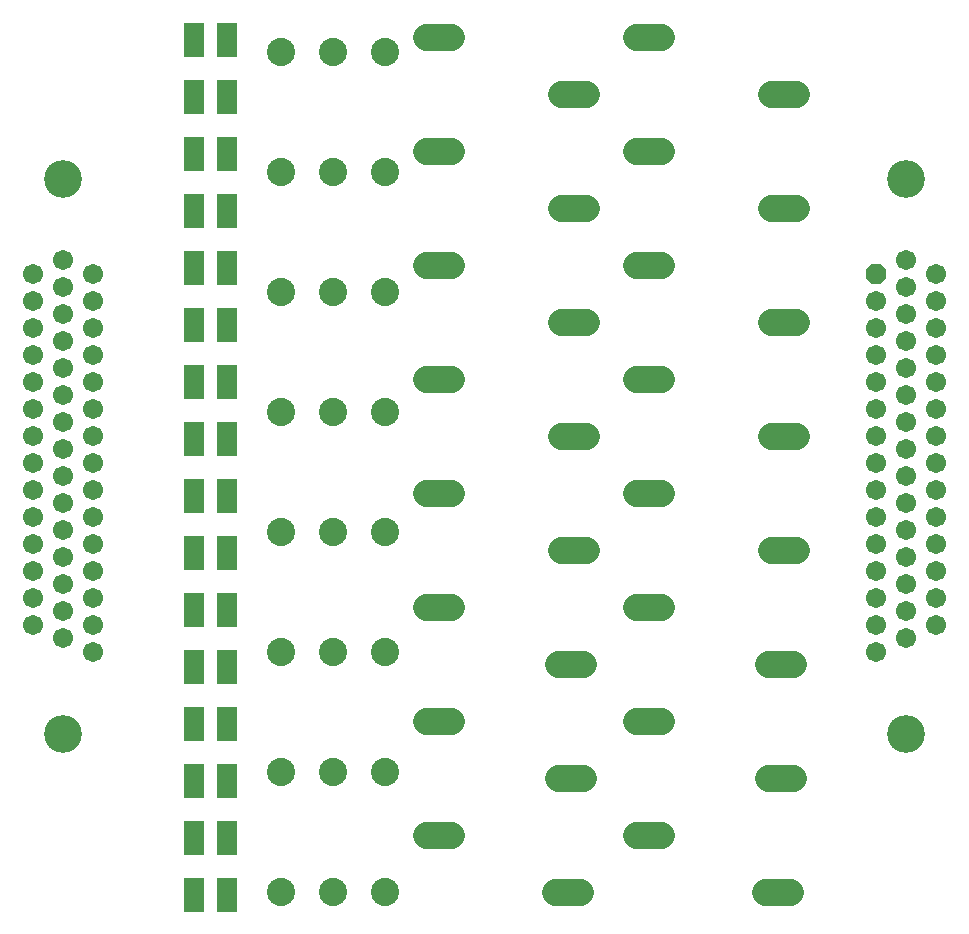
<source format=gbr>
G04 EAGLE Gerber RS-274X export*
G75*
%MOMM*%
%FSLAX34Y34*%
%LPD*%
%INSoldermask Top*%
%IPPOS*%
%AMOC8*
5,1,8,0,0,1.08239X$1,22.5*%
G01*
%ADD10C,2.298700*%
%ADD11C,2.387600*%
%ADD12C,1.712800*%
%ADD13C,3.203200*%
%ADD14P,1.853918X8X112.500000*%
%ADD15R,1.803200X2.903200*%


D10*
X620078Y762000D02*
X599123Y762000D01*
X442278Y762000D02*
X421323Y762000D01*
X713423Y327660D02*
X734378Y327660D01*
X556578Y327660D02*
X535623Y327660D01*
X599123Y279400D02*
X620078Y279400D01*
X442278Y279400D02*
X421323Y279400D01*
X710883Y231140D02*
X731838Y231140D01*
X554038Y231140D02*
X533083Y231140D01*
X599123Y182880D02*
X620078Y182880D01*
X442278Y182880D02*
X421323Y182880D01*
X710883Y134620D02*
X731838Y134620D01*
X554038Y134620D02*
X533083Y134620D01*
X599123Y86360D02*
X620078Y86360D01*
X442278Y86360D02*
X421323Y86360D01*
X708343Y38100D02*
X729298Y38100D01*
X551498Y38100D02*
X530543Y38100D01*
X713423Y713740D02*
X734378Y713740D01*
X556578Y713740D02*
X535623Y713740D01*
X599123Y665480D02*
X620078Y665480D01*
X442278Y665480D02*
X421323Y665480D01*
X713423Y617220D02*
X734378Y617220D01*
X556578Y617220D02*
X535623Y617220D01*
X599123Y568960D02*
X620078Y568960D01*
X442278Y568960D02*
X421323Y568960D01*
X713423Y520700D02*
X734378Y520700D01*
X556578Y520700D02*
X535623Y520700D01*
X599123Y472440D02*
X620078Y472440D01*
X442278Y472440D02*
X421323Y472440D01*
X713423Y424180D02*
X734378Y424180D01*
X556578Y424180D02*
X535623Y424180D01*
X599123Y375920D02*
X620078Y375920D01*
X442278Y375920D02*
X421323Y375920D01*
D11*
X298900Y749300D03*
X342900Y749300D03*
X386900Y749300D03*
X298900Y647700D03*
X342900Y647700D03*
X386900Y647700D03*
X298900Y546100D03*
X342900Y546100D03*
X386900Y546100D03*
X298900Y444500D03*
X342900Y444500D03*
X386900Y444500D03*
X386900Y342900D03*
X342900Y342900D03*
X298900Y342900D03*
X386900Y241300D03*
X342900Y241300D03*
X298900Y241300D03*
X386900Y139700D03*
X342900Y139700D03*
X298900Y139700D03*
X386900Y38100D03*
X342900Y38100D03*
X298900Y38100D03*
D12*
X114300Y572800D03*
X139700Y469930D03*
X139700Y492790D03*
X139700Y515650D03*
X139700Y538510D03*
X139700Y561370D03*
X88900Y561370D03*
X139700Y447070D03*
X139700Y424210D03*
X139700Y401350D03*
X139700Y378490D03*
X139700Y355630D03*
X139700Y332770D03*
X139700Y309910D03*
X139700Y287050D03*
X139700Y264190D03*
X139700Y241330D03*
X114300Y549940D03*
X114300Y527080D03*
X114300Y504220D03*
X114300Y481360D03*
X114300Y458500D03*
X114300Y435640D03*
X114300Y412780D03*
X114300Y389920D03*
X114300Y367060D03*
X114300Y344200D03*
X114300Y321340D03*
X114300Y298480D03*
X114300Y275620D03*
X114300Y252760D03*
X88900Y538510D03*
X88900Y515650D03*
X88900Y492790D03*
X88900Y469930D03*
X88900Y447070D03*
X88900Y424210D03*
X88900Y401350D03*
X88900Y378490D03*
X88900Y355630D03*
X88900Y332770D03*
X88900Y309910D03*
X88900Y287050D03*
X88900Y264190D03*
D13*
X114300Y641600D03*
X114300Y171200D03*
D12*
X828040Y572800D03*
X802640Y469930D03*
X802640Y492790D03*
X802640Y515650D03*
X802640Y538510D03*
D14*
X802640Y561370D03*
D12*
X853440Y561370D03*
X802640Y447070D03*
X802640Y424210D03*
X802640Y401350D03*
X802640Y378490D03*
X802640Y355630D03*
X802640Y332770D03*
X802640Y309910D03*
X802640Y287050D03*
X802640Y264190D03*
X802640Y241330D03*
X828040Y549940D03*
X828040Y527080D03*
X828040Y504220D03*
X828040Y481360D03*
X828040Y458500D03*
X828040Y435640D03*
X828040Y412780D03*
X828040Y389920D03*
X828040Y367060D03*
X828040Y344200D03*
X828040Y321340D03*
X828040Y298480D03*
X828040Y275620D03*
X828040Y252760D03*
X853440Y538510D03*
X853440Y515650D03*
X853440Y492790D03*
X853440Y469930D03*
X853440Y447070D03*
X853440Y424210D03*
X853440Y401350D03*
X853440Y378490D03*
X853440Y355630D03*
X853440Y332770D03*
X853440Y309910D03*
X853440Y287050D03*
X853440Y264190D03*
D13*
X828040Y171200D03*
X828040Y641600D03*
D15*
X224760Y759460D03*
X252760Y759460D03*
X224760Y711200D03*
X252760Y711200D03*
X224760Y662940D03*
X252760Y662940D03*
X224760Y614680D03*
X252760Y614680D03*
X224760Y566420D03*
X252760Y566420D03*
X224760Y518160D03*
X252760Y518160D03*
X224760Y469900D03*
X252760Y469900D03*
X224760Y421640D03*
X252760Y421640D03*
X224760Y373380D03*
X252760Y373380D03*
X224760Y325120D03*
X252760Y325120D03*
X224760Y276860D03*
X252760Y276860D03*
X224760Y228600D03*
X252760Y228600D03*
X224760Y180340D03*
X252760Y180340D03*
X224760Y132080D03*
X252760Y132080D03*
X224760Y83820D03*
X252760Y83820D03*
X224760Y35560D03*
X252760Y35560D03*
M02*

</source>
